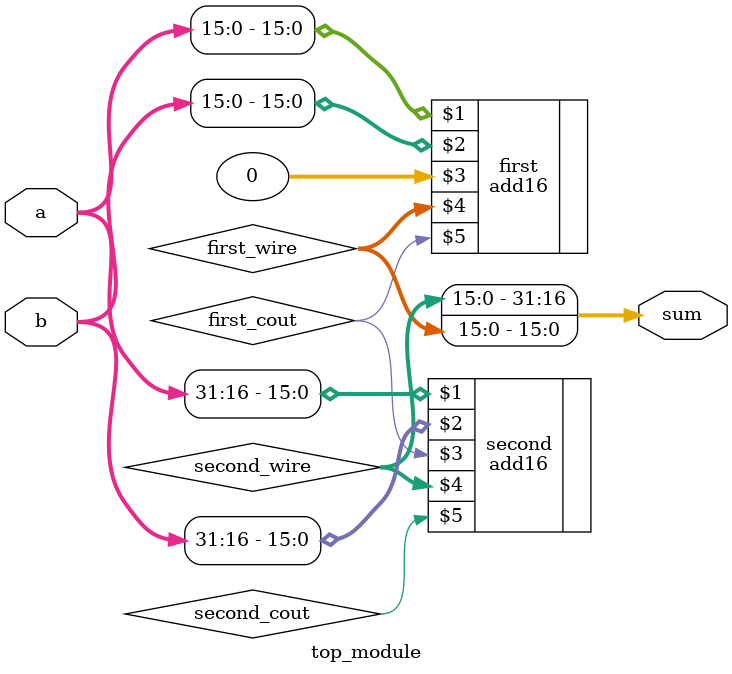
<source format=v>
module top_module(
    input [31:0] a,
    input [31:0] b,
    output [31:0] sum
);
  
    wire first_cout, second_cout;
    wire [15:0] first_wire, second_wire;
    
    add16 first(a[15:0], b[15:0], 0, first_wire, first_cout);
    add16 second(a[31:16], b[31:16], first_cout, second_wire, second_cout);
    
    assign sum = {second_wire, first_wire};
  
endmodule

</source>
